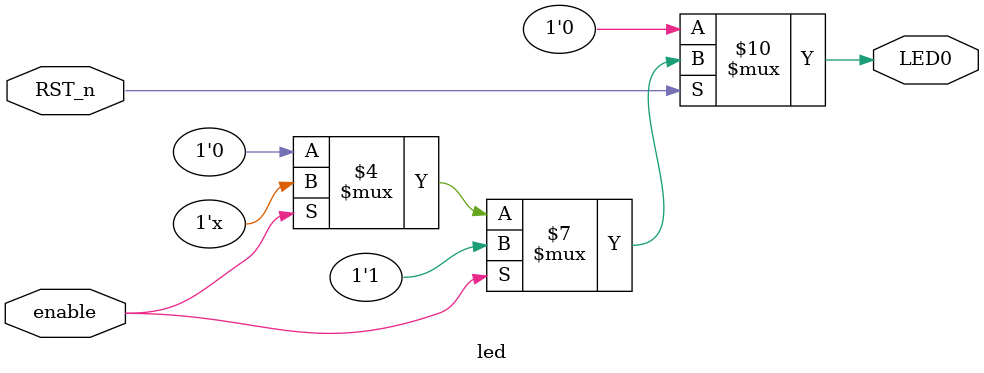
<source format=v>
/*********************************************
*文件名：led.v
*功能：实现开发板上LED灯闪烁（闪烁频率为1s）
*平台： quartus ii 64bit
*连接：CLK -- 12
        RST_n -- 44
        LED0 -- 21
*********************************************/

module led(
        enable,RST_n,
        LED0
);


input enable;
input RST_n;
output LED0;
reg LED0;
//************************************
//因为板子晶振为50M，0.5秒也就是要
//0.5*50*1000_000 = 25_000_000次计数
//parameter half_sec = 25'd25_000_000;
//************************************

//************************************
//reg [24:0]count;

always @(enable or RST_n) begin
	if(!RST_n) begin
		LED0 <= 1'b0;
	end else if (enable) begin
		LED0 <= 1'b1;
	end else if (!enable) begin
		LED0 <= 1'b0;
	end	
end


endmodule
</source>
